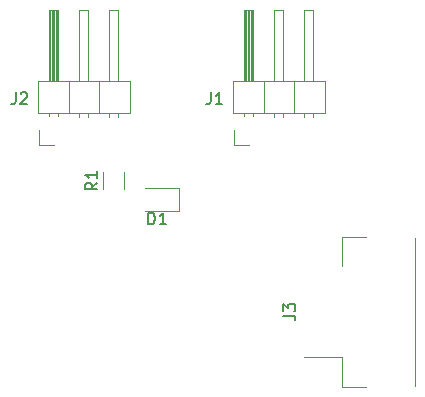
<source format=gbr>
%TF.GenerationSoftware,KiCad,Pcbnew,8.0.1*%
%TF.CreationDate,2024-07-13T23:12:29+02:00*%
%TF.ProjectId,SignalsPort,5369676e-616c-4735-906f-72742e6b6963,rev?*%
%TF.SameCoordinates,Original*%
%TF.FileFunction,Legend,Top*%
%TF.FilePolarity,Positive*%
%FSLAX46Y46*%
G04 Gerber Fmt 4.6, Leading zero omitted, Abs format (unit mm)*
G04 Created by KiCad (PCBNEW 8.0.1) date 2024-07-13 23:12:29*
%MOMM*%
%LPD*%
G01*
G04 APERTURE LIST*
%ADD10C,0.150000*%
%ADD11C,0.120000*%
G04 APERTURE END LIST*
D10*
X142604819Y-106333333D02*
X143319104Y-106333333D01*
X143319104Y-106333333D02*
X143461961Y-106380952D01*
X143461961Y-106380952D02*
X143557200Y-106476190D01*
X143557200Y-106476190D02*
X143604819Y-106619047D01*
X143604819Y-106619047D02*
X143604819Y-106714285D01*
X142604819Y-105952380D02*
X142604819Y-105333333D01*
X142604819Y-105333333D02*
X142985771Y-105666666D01*
X142985771Y-105666666D02*
X142985771Y-105523809D01*
X142985771Y-105523809D02*
X143033390Y-105428571D01*
X143033390Y-105428571D02*
X143081009Y-105380952D01*
X143081009Y-105380952D02*
X143176247Y-105333333D01*
X143176247Y-105333333D02*
X143414342Y-105333333D01*
X143414342Y-105333333D02*
X143509580Y-105380952D01*
X143509580Y-105380952D02*
X143557200Y-105428571D01*
X143557200Y-105428571D02*
X143604819Y-105523809D01*
X143604819Y-105523809D02*
X143604819Y-105809523D01*
X143604819Y-105809523D02*
X143557200Y-105904761D01*
X143557200Y-105904761D02*
X143509580Y-105952380D01*
X131161905Y-98604819D02*
X131161905Y-97604819D01*
X131161905Y-97604819D02*
X131400000Y-97604819D01*
X131400000Y-97604819D02*
X131542857Y-97652438D01*
X131542857Y-97652438D02*
X131638095Y-97747676D01*
X131638095Y-97747676D02*
X131685714Y-97842914D01*
X131685714Y-97842914D02*
X131733333Y-98033390D01*
X131733333Y-98033390D02*
X131733333Y-98176247D01*
X131733333Y-98176247D02*
X131685714Y-98366723D01*
X131685714Y-98366723D02*
X131638095Y-98461961D01*
X131638095Y-98461961D02*
X131542857Y-98557200D01*
X131542857Y-98557200D02*
X131400000Y-98604819D01*
X131400000Y-98604819D02*
X131161905Y-98604819D01*
X132685714Y-98604819D02*
X132114286Y-98604819D01*
X132400000Y-98604819D02*
X132400000Y-97604819D01*
X132400000Y-97604819D02*
X132304762Y-97747676D01*
X132304762Y-97747676D02*
X132209524Y-97842914D01*
X132209524Y-97842914D02*
X132114286Y-97890533D01*
X119921666Y-87429819D02*
X119921666Y-88144104D01*
X119921666Y-88144104D02*
X119874047Y-88286961D01*
X119874047Y-88286961D02*
X119778809Y-88382200D01*
X119778809Y-88382200D02*
X119635952Y-88429819D01*
X119635952Y-88429819D02*
X119540714Y-88429819D01*
X120350238Y-87525057D02*
X120397857Y-87477438D01*
X120397857Y-87477438D02*
X120493095Y-87429819D01*
X120493095Y-87429819D02*
X120731190Y-87429819D01*
X120731190Y-87429819D02*
X120826428Y-87477438D01*
X120826428Y-87477438D02*
X120874047Y-87525057D01*
X120874047Y-87525057D02*
X120921666Y-87620295D01*
X120921666Y-87620295D02*
X120921666Y-87715533D01*
X120921666Y-87715533D02*
X120874047Y-87858390D01*
X120874047Y-87858390D02*
X120302619Y-88429819D01*
X120302619Y-88429819D02*
X120921666Y-88429819D01*
X126834819Y-95066666D02*
X126358628Y-95399999D01*
X126834819Y-95638094D02*
X125834819Y-95638094D01*
X125834819Y-95638094D02*
X125834819Y-95257142D01*
X125834819Y-95257142D02*
X125882438Y-95161904D01*
X125882438Y-95161904D02*
X125930057Y-95114285D01*
X125930057Y-95114285D02*
X126025295Y-95066666D01*
X126025295Y-95066666D02*
X126168152Y-95066666D01*
X126168152Y-95066666D02*
X126263390Y-95114285D01*
X126263390Y-95114285D02*
X126311009Y-95161904D01*
X126311009Y-95161904D02*
X126358628Y-95257142D01*
X126358628Y-95257142D02*
X126358628Y-95638094D01*
X126834819Y-94114285D02*
X126834819Y-94685713D01*
X126834819Y-94399999D02*
X125834819Y-94399999D01*
X125834819Y-94399999D02*
X125977676Y-94495237D01*
X125977676Y-94495237D02*
X126072914Y-94590475D01*
X126072914Y-94590475D02*
X126120533Y-94685713D01*
X136441666Y-87429819D02*
X136441666Y-88144104D01*
X136441666Y-88144104D02*
X136394047Y-88286961D01*
X136394047Y-88286961D02*
X136298809Y-88382200D01*
X136298809Y-88382200D02*
X136155952Y-88429819D01*
X136155952Y-88429819D02*
X136060714Y-88429819D01*
X137441666Y-88429819D02*
X136870238Y-88429819D01*
X137155952Y-88429819D02*
X137155952Y-87429819D01*
X137155952Y-87429819D02*
X137060714Y-87572676D01*
X137060714Y-87572676D02*
X136965476Y-87667914D01*
X136965476Y-87667914D02*
X136870238Y-87715533D01*
D11*
%TO.C,J3*%
X147590000Y-99640000D02*
X147590000Y-102140000D01*
X147590000Y-109860000D02*
X144350000Y-109860000D01*
X147590000Y-112360000D02*
X147590000Y-109860000D01*
X149590000Y-99640000D02*
X147590000Y-99640000D01*
X149590000Y-112360000D02*
X147590000Y-112360000D01*
X153710000Y-112250000D02*
X153710000Y-99750000D01*
%TO.C,D1*%
X130900000Y-97460000D02*
X133760000Y-97460000D01*
X133760000Y-95540000D02*
X130900000Y-95540000D01*
X133760000Y-97460000D02*
X133760000Y-95540000D01*
%TO.C,J2*%
X121845000Y-86475000D02*
X121845000Y-89135000D01*
X121845000Y-89135000D02*
X129585000Y-89135000D01*
X121905000Y-91845000D02*
X121905000Y-90575000D01*
X122795000Y-80475000D02*
X123555000Y-80475000D01*
X122795000Y-86475000D02*
X122795000Y-80475000D01*
X122795000Y-89465000D02*
X122795000Y-89135000D01*
X122855000Y-86475000D02*
X122855000Y-80475000D01*
X122975000Y-86475000D02*
X122975000Y-80475000D01*
X123095000Y-86475000D02*
X123095000Y-80475000D01*
X123175000Y-91845000D02*
X121905000Y-91845000D01*
X123215000Y-86475000D02*
X123215000Y-80475000D01*
X123335000Y-86475000D02*
X123335000Y-80475000D01*
X123455000Y-86475000D02*
X123455000Y-80475000D01*
X123555000Y-80475000D02*
X123555000Y-86475000D01*
X123555000Y-89465000D02*
X123555000Y-89135000D01*
X124445000Y-89135000D02*
X124445000Y-86475000D01*
X125335000Y-80475000D02*
X126095000Y-80475000D01*
X125335000Y-86475000D02*
X125335000Y-80475000D01*
X125335000Y-89532071D02*
X125335000Y-89135000D01*
X126095000Y-80475000D02*
X126095000Y-86475000D01*
X126095000Y-89532071D02*
X126095000Y-89135000D01*
X126985000Y-89135000D02*
X126985000Y-86475000D01*
X127875000Y-80475000D02*
X128635000Y-80475000D01*
X127875000Y-86475000D02*
X127875000Y-80475000D01*
X127875000Y-89532071D02*
X127875000Y-89135000D01*
X128635000Y-80475000D02*
X128635000Y-86475000D01*
X128635000Y-89532071D02*
X128635000Y-89135000D01*
X129585000Y-86475000D02*
X121845000Y-86475000D01*
X129585000Y-89135000D02*
X129585000Y-86475000D01*
%TO.C,R1*%
X127290000Y-95627064D02*
X127290000Y-94172936D01*
X129110000Y-95627064D02*
X129110000Y-94172936D01*
%TO.C,J1*%
X138345000Y-86475000D02*
X138345000Y-89135000D01*
X138345000Y-89135000D02*
X146085000Y-89135000D01*
X138405000Y-91845000D02*
X138405000Y-90575000D01*
X139295000Y-80475000D02*
X140055000Y-80475000D01*
X139295000Y-86475000D02*
X139295000Y-80475000D01*
X139295000Y-89465000D02*
X139295000Y-89135000D01*
X139355000Y-86475000D02*
X139355000Y-80475000D01*
X139475000Y-86475000D02*
X139475000Y-80475000D01*
X139595000Y-86475000D02*
X139595000Y-80475000D01*
X139675000Y-91845000D02*
X138405000Y-91845000D01*
X139715000Y-86475000D02*
X139715000Y-80475000D01*
X139835000Y-86475000D02*
X139835000Y-80475000D01*
X139955000Y-86475000D02*
X139955000Y-80475000D01*
X140055000Y-80475000D02*
X140055000Y-86475000D01*
X140055000Y-89465000D02*
X140055000Y-89135000D01*
X140945000Y-89135000D02*
X140945000Y-86475000D01*
X141835000Y-80475000D02*
X142595000Y-80475000D01*
X141835000Y-86475000D02*
X141835000Y-80475000D01*
X141835000Y-89532071D02*
X141835000Y-89135000D01*
X142595000Y-80475000D02*
X142595000Y-86475000D01*
X142595000Y-89532071D02*
X142595000Y-89135000D01*
X143485000Y-89135000D02*
X143485000Y-86475000D01*
X144375000Y-80475000D02*
X145135000Y-80475000D01*
X144375000Y-86475000D02*
X144375000Y-80475000D01*
X144375000Y-89532071D02*
X144375000Y-89135000D01*
X145135000Y-80475000D02*
X145135000Y-86475000D01*
X145135000Y-89532071D02*
X145135000Y-89135000D01*
X146085000Y-86475000D02*
X138345000Y-86475000D01*
X146085000Y-89135000D02*
X146085000Y-86475000D01*
%TD*%
M02*

</source>
